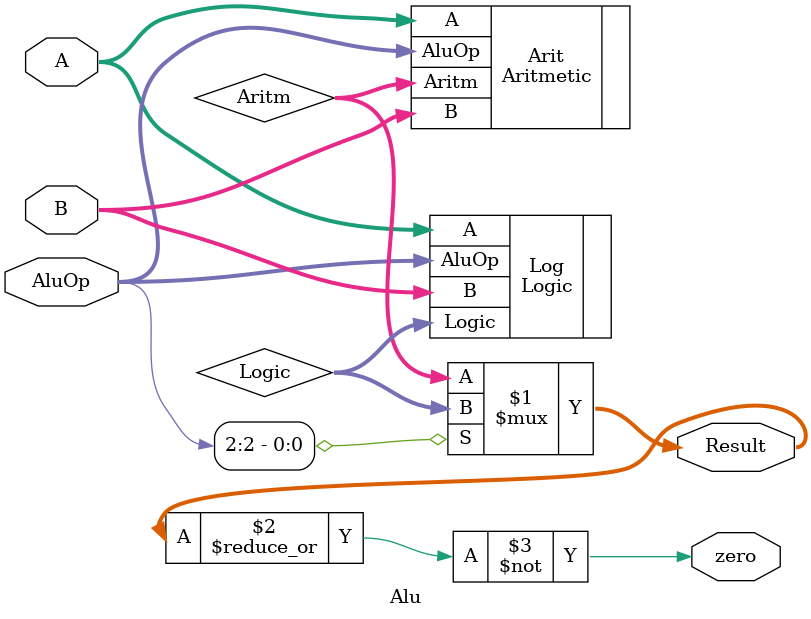
<source format=v>
module Alu (A,B,AluOp,Result,zero);
  input [31:0] A,B;
  input [3:0] AluOp;
  output [31:0] Result;
  output zero;
  wire [31:0] Logic,Aritm;

  //Modulo Aritmetic aqui se hace el add , sub y slt 
  Aritmetic Arit (.A(A),
               .B(B),
               .AluOp(AluOp),
               .Aritm(Aritm)
               );

  //Modulo Logic aqui se hace el and, or, nor, xor 
  Logic Log (.A(A),
           .B(B),
           .AluOp(AluOp),
           .Logic(Logic)
           );

  // El Result depende de del segundo bit mas significativo si es 0 sabemos que ejecutaremos el modulo Aritmetic pero sino ejecutaremos el modulo Logic 
  assign Result = AluOp[2]? Logic : Aritm;
  
  //El zero se prende cuando todos los digitos del result son ceros y para asegurarnos de eso hacemos un or entre todos los bits del Result 
  //se niega porque el or entre todos los bits del Result si todos son ceros seria 0 y queremos q la salida sea 1 .
  assign zero = ~(| Result);

endmodule

</source>
